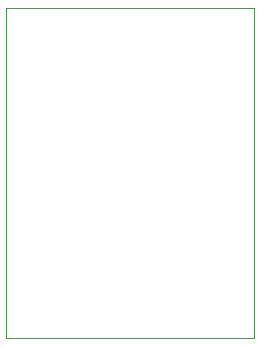
<source format=gbr>
G04 ===== Begin FILE IDENTIFICATION =====*
G04 File Format:  Gerber RS274X*
G04 ===== End FILE IDENTIFICATION =====*
%FSLAX24Y24*%
%MOIN*%
%SFA1.0000B1.0000*%
%OFA0.0B0.0*%
%ADD14C,0.000001*%
%LNbound*%
%IPPOS*%
%LPD*%
G75*
D14*
G01X-394Y9024D02*
G01Y-1968D01*

G01X7851D01*

G01Y9024D01*

G01X-394D01*
M02*


</source>
